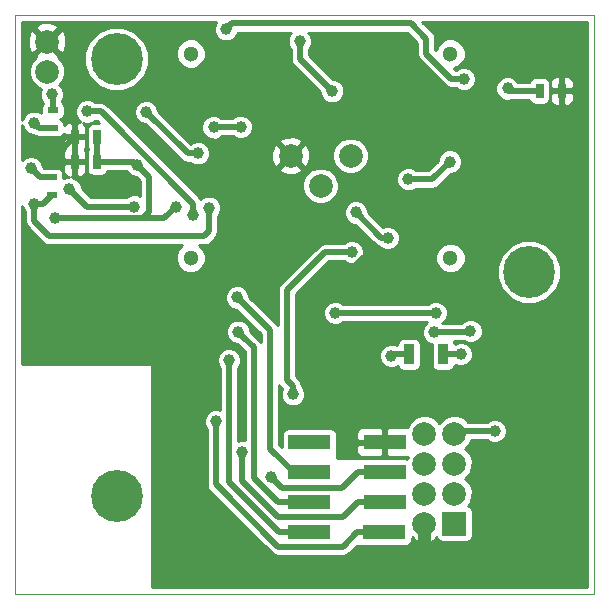
<source format=gbr>
G04 #@! TF.FileFunction,Copper,L2,Bot,Signal*
%FSLAX46Y46*%
G04 Gerber Fmt 4.6, Leading zero omitted, Abs format (unit mm)*
G04 Created by KiCad (PCBNEW 4.0.4+dfsg1-stable) date Wed Mar  8 20:37:53 2017*
%MOMM*%
%LPD*%
G01*
G04 APERTURE LIST*
%ADD10C,0.100000*%
%ADD11C,0.600000*%
%ADD12R,0.900000X1.700000*%
%ADD13C,4.400000*%
%ADD14R,0.700000X1.300000*%
%ADD15C,2.000000*%
%ADD16R,0.900000X0.500000*%
%ADD17R,3.600000X1.270000*%
%ADD18R,2.000000X2.000000*%
%ADD19C,1.300000*%
%ADD20C,1.000000*%
%ADD21C,0.700000*%
%ADD22C,0.500000*%
%ADD23C,0.254000*%
G04 APERTURE END LIST*
D10*
X118200000Y-118200000D02*
X167200000Y-118200000D01*
X118200000Y-69200000D02*
X118200000Y-118200000D01*
X167200000Y-69200000D02*
X118200000Y-69200000D01*
X167200000Y-118200000D02*
X167200000Y-69200000D01*
D11*
X163750000Y-73000000D03*
X165750000Y-73000000D03*
X157750000Y-73000000D03*
X161750000Y-73000000D03*
X159750000Y-73000000D03*
X163750000Y-70500000D03*
X165750000Y-70500000D03*
X157750000Y-70500000D03*
X161750000Y-70500000D03*
X159750000Y-70500000D03*
X165750000Y-71750000D03*
X163750000Y-71750000D03*
X157750000Y-71750000D03*
X159750000Y-71750000D03*
X161750000Y-71750000D03*
X164450000Y-77700000D03*
X162450000Y-77700000D03*
X160450000Y-77700000D03*
D12*
X151550000Y-97900000D03*
X154450000Y-97900000D03*
D13*
X126800000Y-72900000D03*
X161700000Y-90950000D03*
D14*
X125150000Y-81600000D03*
X123250000Y-81600000D03*
X162600000Y-75600000D03*
X164500000Y-75600000D03*
X125150000Y-79500000D03*
X123250000Y-79500000D03*
D15*
X120900000Y-73970000D03*
X120900000Y-71430000D03*
D16*
X121400000Y-77250000D03*
X121400000Y-78750000D03*
X121300000Y-84400000D03*
X121300000Y-82900000D03*
D17*
X143100000Y-105360000D03*
X143100000Y-107900000D03*
X143100000Y-110440000D03*
X149500000Y-105360000D03*
X149500000Y-107900000D03*
X149475000Y-112980000D03*
X149500000Y-110440000D03*
X143125000Y-112980000D03*
D13*
X126800000Y-109900000D03*
D18*
X155400000Y-112240000D03*
D15*
X152860000Y-112240000D03*
X155400000Y-109700000D03*
X152860000Y-109700000D03*
X155400000Y-107160000D03*
X152860000Y-107160000D03*
X155400000Y-104620000D03*
X152860000Y-104620000D03*
X146600000Y-81100000D03*
X141520000Y-81100000D03*
X144060000Y-83640000D03*
D19*
X133060000Y-89750000D03*
X133060000Y-72450000D03*
X155060000Y-72450000D03*
X155060000Y-89750000D03*
D20*
X164700000Y-103250000D03*
X164700000Y-94850000D03*
X161600000Y-83050000D03*
X164710000Y-110600000D03*
D21*
X166300000Y-75600000D03*
D20*
X148500000Y-105400000D03*
X142700000Y-94700000D03*
X145700000Y-84800000D03*
X137200000Y-88200000D03*
X150050000Y-89650006D03*
X129300000Y-93400000D03*
X119550000Y-80400000D03*
X124700000Y-98300000D03*
X149750000Y-88050000D03*
X143100000Y-105360000D03*
X147050000Y-85900008D03*
X153799994Y-94400000D03*
X158800000Y-104400000D03*
X145299998Y-94400000D03*
X156192798Y-74600000D03*
X159900000Y-75400000D03*
X121550000Y-86399988D03*
X128550000Y-81900000D03*
X131800000Y-85400000D03*
X136050000Y-70400000D03*
X142300000Y-71400000D03*
X145050000Y-75650000D03*
X135000000Y-78700000D03*
X137300000Y-78650000D03*
X133700000Y-80899998D03*
X129300000Y-77400000D03*
X128300000Y-85400000D03*
X122800000Y-83900000D03*
X150050000Y-98050000D03*
X155950000Y-97900000D03*
X119800000Y-78310000D03*
X124300000Y-77350002D03*
X121300000Y-75900000D03*
X133300000Y-86150000D03*
X139900000Y-108300000D03*
X137000000Y-93095980D03*
X137400000Y-106200000D03*
X135200000Y-103600000D03*
X137100000Y-96000000D03*
X136300002Y-98400000D03*
X141700000Y-101300000D03*
X146714475Y-89258746D03*
X119550000Y-82150000D03*
X156750000Y-95950000D03*
X153650000Y-96050000D03*
X155000000Y-81600000D03*
X151500000Y-83100000D03*
X134600000Y-85500000D03*
X119800000Y-85150000D03*
D22*
X152860000Y-112240000D02*
X152860000Y-113960000D01*
X152860000Y-113960000D02*
X152900000Y-114000000D01*
X152900000Y-112924213D02*
X152900000Y-114000000D01*
X152840000Y-112864213D02*
X152900000Y-112924213D01*
X164500000Y-75600000D02*
X164500000Y-71800000D01*
X164500000Y-71800000D02*
X163800000Y-71100000D01*
X149500000Y-105360000D02*
X148540000Y-105360000D01*
X148540000Y-105360000D02*
X148500000Y-105400000D01*
X150050000Y-89650006D02*
X147749994Y-89650006D01*
X147749994Y-89650006D02*
X143199999Y-94200001D01*
X143199999Y-94200001D02*
X142700000Y-94700000D01*
X123250000Y-79500000D02*
X123250000Y-81600000D01*
X119550000Y-80400000D02*
X122350000Y-80400000D01*
X122350000Y-80400000D02*
X123250000Y-79500000D01*
X149800000Y-88100000D02*
X149750000Y-88050000D01*
X149199992Y-88050000D02*
X149750000Y-88050000D01*
X147050000Y-85900008D02*
X149199992Y-88050000D01*
X143100000Y-105360000D02*
X144265000Y-105360000D01*
X158800000Y-104400000D02*
X155620000Y-104400000D01*
X155620000Y-104400000D02*
X155400000Y-104620000D01*
X145299998Y-94400000D02*
X153799994Y-94400000D01*
X136050000Y-70400000D02*
X136549999Y-69900001D01*
X153000000Y-72462002D02*
X155137998Y-74600000D01*
X136549999Y-69900001D02*
X151700001Y-69900001D01*
X155137998Y-74600000D02*
X156192798Y-74600000D01*
X151700001Y-69900001D02*
X153000000Y-71200000D01*
X153000000Y-71200000D02*
X153000000Y-72462002D01*
X162600000Y-75600000D02*
X160100000Y-75600000D01*
X160100000Y-75600000D02*
X159900000Y-75400000D01*
X129045974Y-86404002D02*
X129049988Y-86399988D01*
X121550000Y-86399988D02*
X127564064Y-86399988D01*
X127564064Y-86399988D02*
X127568078Y-86404002D01*
X127568078Y-86404002D02*
X129045974Y-86404002D01*
X129049988Y-86399988D02*
X130799988Y-86399988D01*
X130799988Y-86399988D02*
X130800000Y-86400000D01*
X129049988Y-86399988D02*
X129050000Y-86400000D01*
X129050000Y-86400000D02*
X129550000Y-85900000D01*
X129550000Y-85900000D02*
X129550000Y-82900000D01*
X129550000Y-82900000D02*
X129049999Y-82399999D01*
X129049999Y-82399999D02*
X128550000Y-81900000D01*
X131800000Y-85400000D02*
X130800000Y-86400000D01*
X128250000Y-81600000D02*
X128550000Y-81900000D01*
X125150000Y-81600000D02*
X128250000Y-81600000D01*
X125150000Y-79500000D02*
X125150000Y-81600000D01*
X145050000Y-75650000D02*
X142300000Y-72900000D01*
X142300000Y-72900000D02*
X142300000Y-71400000D01*
X135050000Y-78650000D02*
X135000000Y-78700000D01*
X137300000Y-78650000D02*
X135050000Y-78650000D01*
X132992894Y-80899998D02*
X133700000Y-80899998D01*
X132799998Y-80899998D02*
X132992894Y-80899998D01*
X129300000Y-77400000D02*
X132799998Y-80899998D01*
X122800000Y-83900000D02*
X124300000Y-85400000D01*
X124300000Y-85400000D02*
X127592894Y-85400000D01*
X127592894Y-85400000D02*
X128300000Y-85400000D01*
X150200000Y-97900000D02*
X150050000Y-98050000D01*
X151550000Y-97900000D02*
X150200000Y-97900000D01*
X154450000Y-97900000D02*
X155950000Y-97900000D01*
X121400000Y-78750000D02*
X120240000Y-78750000D01*
X120240000Y-78750000D02*
X119800000Y-78310000D01*
X133300000Y-85192894D02*
X125457108Y-77350002D01*
X133300000Y-86150000D02*
X133300000Y-85192894D01*
X125007106Y-77350002D02*
X124300000Y-77350002D01*
X125457108Y-77350002D02*
X125007106Y-77350002D01*
X121400000Y-77250000D02*
X121400000Y-76000000D01*
X121400000Y-76000000D02*
X121300000Y-75900000D01*
X149500000Y-107900000D02*
X147200000Y-107900000D01*
X147200000Y-107900000D02*
X145900000Y-109200000D01*
X145900000Y-109200000D02*
X140800000Y-109200000D01*
X140800000Y-109200000D02*
X139900000Y-108300000D01*
X149500000Y-107900000D02*
X148896000Y-107900000D01*
X143100000Y-107900000D02*
X141800000Y-107900000D01*
X141800000Y-107900000D02*
X139800000Y-105900000D01*
X139800000Y-105900000D02*
X139800000Y-95895980D01*
X139800000Y-95895980D02*
X137499999Y-93595979D01*
X137499999Y-93595979D02*
X137000000Y-93095980D01*
X149500000Y-110440000D02*
X147200000Y-110440000D01*
X140500000Y-111700000D02*
X137400000Y-108600000D01*
X147200000Y-110440000D02*
X145940000Y-111700000D01*
X145940000Y-111700000D02*
X140500000Y-111700000D01*
X137400000Y-108600000D02*
X137400000Y-106200000D01*
X149500000Y-110440000D02*
X149404511Y-110535489D01*
X149475000Y-112980000D02*
X147175000Y-112980000D01*
X147175000Y-112980000D02*
X145955000Y-114200000D01*
X145955000Y-114200000D02*
X140500000Y-114200000D01*
X140500000Y-114200000D02*
X135200000Y-108900000D01*
X135200000Y-108900000D02*
X135200000Y-103600000D01*
X149475000Y-112980000D02*
X148310000Y-112980000D01*
X137599999Y-96499999D02*
X137100000Y-96000000D01*
X138404001Y-108404001D02*
X138404001Y-97304001D01*
X140440000Y-110440000D02*
X138404001Y-108404001D01*
X143100000Y-110440000D02*
X140440000Y-110440000D01*
X138404001Y-97304001D02*
X137599999Y-96499999D01*
X143125000Y-112980000D02*
X140580000Y-112980000D01*
X140580000Y-112980000D02*
X136300000Y-108700000D01*
X136300000Y-108700000D02*
X136300000Y-99107108D01*
X136300000Y-99107108D02*
X136300002Y-99107106D01*
X136300002Y-99107106D02*
X136300002Y-98400000D01*
X136300002Y-98400002D02*
X136300002Y-98400000D01*
X136500000Y-98600000D02*
X136300002Y-98400002D01*
X141200000Y-100092894D02*
X141200000Y-92500000D01*
X141200000Y-92500000D02*
X144441254Y-89258746D01*
X141700000Y-101300000D02*
X141700000Y-100592894D01*
X141700000Y-100592894D02*
X141200000Y-100092894D01*
X146714475Y-89258746D02*
X144441254Y-89258746D01*
X121300000Y-82900000D02*
X120300000Y-82900000D01*
X120300000Y-82900000D02*
X119550000Y-82150000D01*
X153650000Y-96050000D02*
X156650000Y-96050000D01*
X156650000Y-96050000D02*
X156750000Y-95950000D01*
X151500000Y-83100000D02*
X153500000Y-83100000D01*
X153500000Y-83100000D02*
X155000000Y-81600000D01*
X134200000Y-87900000D02*
X134600000Y-87500000D01*
X134600000Y-87500000D02*
X134600000Y-85500000D01*
X119800000Y-85150000D02*
X119800000Y-86600000D01*
X119800000Y-86600000D02*
X121100000Y-87900000D01*
X121100000Y-87900000D02*
X134200000Y-87900000D01*
X119800000Y-85150000D02*
X120550000Y-85150000D01*
X120550000Y-85150000D02*
X121300000Y-84400000D01*
D23*
G36*
X135179860Y-69817492D02*
X135023179Y-70194821D01*
X135022822Y-70603387D01*
X135178844Y-70980989D01*
X135467492Y-71270140D01*
X135844821Y-71426821D01*
X136253387Y-71427178D01*
X136630989Y-71271156D01*
X136920140Y-70982508D01*
X137046998Y-70677001D01*
X141570596Y-70677001D01*
X141429860Y-70817492D01*
X141273179Y-71194821D01*
X141272822Y-71603387D01*
X141428844Y-71980989D01*
X141523000Y-72075309D01*
X141523000Y-72900000D01*
X141582146Y-73197345D01*
X141750578Y-73449422D01*
X144022937Y-75721781D01*
X144022822Y-75853387D01*
X144178844Y-76230989D01*
X144467492Y-76520140D01*
X144844821Y-76676821D01*
X145253387Y-76677178D01*
X145630989Y-76521156D01*
X145920140Y-76232508D01*
X146076821Y-75855179D01*
X146077178Y-75446613D01*
X145921156Y-75069011D01*
X145632508Y-74779860D01*
X145255179Y-74623179D01*
X145121907Y-74623063D01*
X143077000Y-72578156D01*
X143077000Y-72075486D01*
X143170140Y-71982508D01*
X143326821Y-71605179D01*
X143327178Y-71196613D01*
X143171156Y-70819011D01*
X143029393Y-70677001D01*
X151378157Y-70677001D01*
X152223000Y-71521844D01*
X152223000Y-72462002D01*
X152282146Y-72759347D01*
X152450578Y-73011424D01*
X154588576Y-75149422D01*
X154840653Y-75317854D01*
X155137998Y-75377000D01*
X155517312Y-75377000D01*
X155610290Y-75470140D01*
X155987619Y-75626821D01*
X156396185Y-75627178D01*
X156453763Y-75603387D01*
X158872822Y-75603387D01*
X159028844Y-75980989D01*
X159317492Y-76270140D01*
X159694821Y-76426821D01*
X160103387Y-76427178D01*
X160224827Y-76377000D01*
X161736573Y-76377000D01*
X161749423Y-76445294D01*
X161864842Y-76624660D01*
X162040951Y-76744990D01*
X162250000Y-76787324D01*
X162950000Y-76787324D01*
X163145294Y-76750577D01*
X163324660Y-76635158D01*
X163444990Y-76459049D01*
X163487324Y-76250000D01*
X163487324Y-75885750D01*
X163515000Y-75885750D01*
X163515000Y-76376310D01*
X163611673Y-76609699D01*
X163790302Y-76788327D01*
X164023691Y-76885000D01*
X164214250Y-76885000D01*
X164373000Y-76726250D01*
X164373000Y-75727000D01*
X164627000Y-75727000D01*
X164627000Y-76726250D01*
X164785750Y-76885000D01*
X164976309Y-76885000D01*
X165209698Y-76788327D01*
X165388327Y-76609699D01*
X165485000Y-76376310D01*
X165485000Y-75885750D01*
X165326250Y-75727000D01*
X164627000Y-75727000D01*
X164373000Y-75727000D01*
X163673750Y-75727000D01*
X163515000Y-75885750D01*
X163487324Y-75885750D01*
X163487324Y-74950000D01*
X163463558Y-74823690D01*
X163515000Y-74823690D01*
X163515000Y-75314250D01*
X163673750Y-75473000D01*
X164373000Y-75473000D01*
X164373000Y-74473750D01*
X164627000Y-74473750D01*
X164627000Y-75473000D01*
X165326250Y-75473000D01*
X165485000Y-75314250D01*
X165485000Y-74823690D01*
X165388327Y-74590301D01*
X165209698Y-74411673D01*
X164976309Y-74315000D01*
X164785750Y-74315000D01*
X164627000Y-74473750D01*
X164373000Y-74473750D01*
X164214250Y-74315000D01*
X164023691Y-74315000D01*
X163790302Y-74411673D01*
X163611673Y-74590301D01*
X163515000Y-74823690D01*
X163463558Y-74823690D01*
X163450577Y-74754706D01*
X163335158Y-74575340D01*
X163159049Y-74455010D01*
X162950000Y-74412676D01*
X162250000Y-74412676D01*
X162054706Y-74449423D01*
X161875340Y-74564842D01*
X161755010Y-74740951D01*
X161738394Y-74823000D01*
X160772804Y-74823000D01*
X160771156Y-74819011D01*
X160482508Y-74529860D01*
X160105179Y-74373179D01*
X159696613Y-74372822D01*
X159319011Y-74528844D01*
X159029860Y-74817492D01*
X158873179Y-75194821D01*
X158872822Y-75603387D01*
X156453763Y-75603387D01*
X156773787Y-75471156D01*
X157062938Y-75182508D01*
X157219619Y-74805179D01*
X157219976Y-74396613D01*
X157063954Y-74019011D01*
X156775306Y-73729860D01*
X156397977Y-73573179D01*
X155989411Y-73572822D01*
X155611809Y-73728844D01*
X155517489Y-73823000D01*
X155459842Y-73823000D01*
X155349103Y-73712261D01*
X155782417Y-73533219D01*
X156141957Y-73174307D01*
X156336778Y-72705125D01*
X156337221Y-72197103D01*
X156143219Y-71727583D01*
X155784307Y-71368043D01*
X155315125Y-71173222D01*
X154807103Y-71172779D01*
X154337583Y-71366781D01*
X153978043Y-71725693D01*
X153797451Y-72160609D01*
X153777000Y-72140158D01*
X153777000Y-71200000D01*
X153717854Y-70902655D01*
X153549422Y-70650578D01*
X152675844Y-69777000D01*
X166623000Y-69777000D01*
X166623000Y-117623000D01*
X129827000Y-117623000D01*
X129827000Y-103803387D01*
X134172822Y-103803387D01*
X134328844Y-104180989D01*
X134423000Y-104275309D01*
X134423000Y-108900000D01*
X134482146Y-109197345D01*
X134650578Y-109449422D01*
X139950578Y-114749422D01*
X140202655Y-114917854D01*
X140500000Y-114977000D01*
X145955000Y-114977000D01*
X146252345Y-114917854D01*
X146504422Y-114749422D01*
X147106844Y-114147000D01*
X147648710Y-114147000D01*
X147675000Y-114152324D01*
X151275000Y-114152324D01*
X151470294Y-114115577D01*
X151649660Y-114000158D01*
X151769990Y-113824049D01*
X151812324Y-113615000D01*
X151812324Y-113467284D01*
X151887074Y-113392534D01*
X151985736Y-113659387D01*
X152595461Y-113885908D01*
X153245460Y-113861856D01*
X153734264Y-113659387D01*
X153832926Y-113392534D01*
X153942266Y-113501874D01*
X154014842Y-113614660D01*
X154190951Y-113734990D01*
X154400000Y-113777324D01*
X156400000Y-113777324D01*
X156595294Y-113740577D01*
X156774660Y-113625158D01*
X156894990Y-113449049D01*
X156937324Y-113240000D01*
X156937324Y-111240000D01*
X156900577Y-111044706D01*
X156785158Y-110865340D01*
X156609049Y-110745010D01*
X156530492Y-110729102D01*
X156693773Y-110566106D01*
X156926735Y-110005072D01*
X156927265Y-109397593D01*
X156695283Y-108836154D01*
X156289506Y-108429668D01*
X156693773Y-108026106D01*
X156926735Y-107465072D01*
X156927265Y-106857593D01*
X156695283Y-106296154D01*
X156289506Y-105889668D01*
X156693773Y-105486106D01*
X156822125Y-105177000D01*
X158124514Y-105177000D01*
X158217492Y-105270140D01*
X158594821Y-105426821D01*
X159003387Y-105427178D01*
X159380989Y-105271156D01*
X159670140Y-104982508D01*
X159826821Y-104605179D01*
X159827178Y-104196613D01*
X159671156Y-103819011D01*
X159382508Y-103529860D01*
X159005179Y-103373179D01*
X158596613Y-103372822D01*
X158219011Y-103528844D01*
X158124691Y-103623000D01*
X156562361Y-103623000D01*
X156266106Y-103326227D01*
X155705072Y-103093265D01*
X155097593Y-103092735D01*
X154536154Y-103324717D01*
X154129668Y-103730494D01*
X153726106Y-103326227D01*
X153165072Y-103093265D01*
X152557593Y-103092735D01*
X151996154Y-103324717D01*
X151566227Y-103753894D01*
X151426612Y-104090125D01*
X151426310Y-104090000D01*
X149785750Y-104090000D01*
X149627000Y-104248750D01*
X149627000Y-105233000D01*
X149647000Y-105233000D01*
X149647000Y-105487000D01*
X149627000Y-105487000D01*
X149627000Y-106471250D01*
X149785750Y-106630000D01*
X151426310Y-106630000D01*
X151426737Y-106629823D01*
X151379426Y-106743760D01*
X151300000Y-106727676D01*
X147723090Y-106727676D01*
X147700000Y-106723000D01*
X145427000Y-106723000D01*
X145427000Y-106045981D01*
X145437324Y-105995000D01*
X145437324Y-105645750D01*
X147065000Y-105645750D01*
X147065000Y-106121309D01*
X147161673Y-106354698D01*
X147340301Y-106533327D01*
X147573690Y-106630000D01*
X149214250Y-106630000D01*
X149373000Y-106471250D01*
X149373000Y-105487000D01*
X147223750Y-105487000D01*
X147065000Y-105645750D01*
X145437324Y-105645750D01*
X145437324Y-104725000D01*
X145413558Y-104598691D01*
X147065000Y-104598691D01*
X147065000Y-105074250D01*
X147223750Y-105233000D01*
X149373000Y-105233000D01*
X149373000Y-104248750D01*
X149214250Y-104090000D01*
X147573690Y-104090000D01*
X147340301Y-104186673D01*
X147161673Y-104365302D01*
X147065000Y-104598691D01*
X145413558Y-104598691D01*
X145400577Y-104529706D01*
X145285158Y-104350340D01*
X145109049Y-104230010D01*
X144900000Y-104187676D01*
X141300000Y-104187676D01*
X141104706Y-104224423D01*
X140925340Y-104339842D01*
X140805010Y-104515951D01*
X140762676Y-104725000D01*
X140762676Y-105763832D01*
X140577000Y-105578156D01*
X140577000Y-100532198D01*
X140650578Y-100642316D01*
X140799315Y-100791053D01*
X140673179Y-101094821D01*
X140672822Y-101503387D01*
X140828844Y-101880989D01*
X141117492Y-102170140D01*
X141494821Y-102326821D01*
X141903387Y-102327178D01*
X142280989Y-102171156D01*
X142570140Y-101882508D01*
X142726821Y-101505179D01*
X142727178Y-101096613D01*
X142571156Y-100719011D01*
X142477000Y-100624691D01*
X142477000Y-100592894D01*
X142417854Y-100295549D01*
X142249422Y-100043472D01*
X141977000Y-99771050D01*
X141977000Y-98253387D01*
X149022822Y-98253387D01*
X149178844Y-98630989D01*
X149467492Y-98920140D01*
X149844821Y-99076821D01*
X150253387Y-99077178D01*
X150597486Y-98934999D01*
X150599423Y-98945294D01*
X150714842Y-99124660D01*
X150890951Y-99244990D01*
X151100000Y-99287324D01*
X152000000Y-99287324D01*
X152195294Y-99250577D01*
X152374660Y-99135158D01*
X152494990Y-98959049D01*
X152537324Y-98750000D01*
X152537324Y-97050000D01*
X152500577Y-96854706D01*
X152385158Y-96675340D01*
X152209049Y-96555010D01*
X152000000Y-96512676D01*
X151100000Y-96512676D01*
X150904706Y-96549423D01*
X150725340Y-96664842D01*
X150605010Y-96840951D01*
X150562676Y-97050000D01*
X150562676Y-97123000D01*
X150495574Y-97123000D01*
X150255179Y-97023179D01*
X149846613Y-97022822D01*
X149469011Y-97178844D01*
X149179860Y-97467492D01*
X149023179Y-97844821D01*
X149022822Y-98253387D01*
X141977000Y-98253387D01*
X141977000Y-94603387D01*
X144272820Y-94603387D01*
X144428842Y-94980989D01*
X144717490Y-95270140D01*
X145094819Y-95426821D01*
X145503385Y-95427178D01*
X145880987Y-95271156D01*
X145975307Y-95177000D01*
X153073474Y-95177000D01*
X153069011Y-95178844D01*
X152779860Y-95467492D01*
X152623179Y-95844821D01*
X152622822Y-96253387D01*
X152778844Y-96630989D01*
X153067492Y-96920140D01*
X153444821Y-97076821D01*
X153462676Y-97076837D01*
X153462676Y-98750000D01*
X153499423Y-98945294D01*
X153614842Y-99124660D01*
X153790951Y-99244990D01*
X154000000Y-99287324D01*
X154900000Y-99287324D01*
X155095294Y-99250577D01*
X155274660Y-99135158D01*
X155394990Y-98959049D01*
X155428145Y-98795325D01*
X155744821Y-98926821D01*
X156153387Y-98927178D01*
X156530989Y-98771156D01*
X156820140Y-98482508D01*
X156976821Y-98105179D01*
X156977178Y-97696613D01*
X156821156Y-97319011D01*
X156532508Y-97029860D01*
X156155179Y-96873179D01*
X155746613Y-96872822D01*
X155428702Y-97004180D01*
X155400577Y-96854706D01*
X155382749Y-96827000D01*
X156184013Y-96827000D01*
X156544821Y-96976821D01*
X156953387Y-96977178D01*
X157330989Y-96821156D01*
X157620140Y-96532508D01*
X157776821Y-96155179D01*
X157777178Y-95746613D01*
X157621156Y-95369011D01*
X157332508Y-95079860D01*
X156955179Y-94923179D01*
X156546613Y-94922822D01*
X156169011Y-95078844D01*
X155974517Y-95273000D01*
X154376520Y-95273000D01*
X154380983Y-95271156D01*
X154670134Y-94982508D01*
X154826815Y-94605179D01*
X154827172Y-94196613D01*
X154671150Y-93819011D01*
X154382502Y-93529860D01*
X154005173Y-93373179D01*
X153596607Y-93372822D01*
X153219005Y-93528844D01*
X153124685Y-93623000D01*
X145975484Y-93623000D01*
X145882506Y-93529860D01*
X145505177Y-93373179D01*
X145096611Y-93372822D01*
X144719009Y-93528844D01*
X144429858Y-93817492D01*
X144273177Y-94194821D01*
X144272820Y-94603387D01*
X141977000Y-94603387D01*
X141977000Y-92821844D01*
X143308790Y-91490054D01*
X158972528Y-91490054D01*
X159386814Y-92492703D01*
X160153262Y-93260490D01*
X161155186Y-93676526D01*
X162240054Y-93677472D01*
X163242703Y-93263186D01*
X164010490Y-92496738D01*
X164426526Y-91494814D01*
X164427472Y-90409946D01*
X164013186Y-89407297D01*
X163246738Y-88639510D01*
X162244814Y-88223474D01*
X161159946Y-88222528D01*
X160157297Y-88636814D01*
X159389510Y-89403262D01*
X158973474Y-90405186D01*
X158972528Y-91490054D01*
X143308790Y-91490054D01*
X144763098Y-90035746D01*
X146038989Y-90035746D01*
X146131967Y-90128886D01*
X146509296Y-90285567D01*
X146917862Y-90285924D01*
X147295464Y-90129902D01*
X147422690Y-90002897D01*
X153782779Y-90002897D01*
X153976781Y-90472417D01*
X154335693Y-90831957D01*
X154804875Y-91026778D01*
X155312897Y-91027221D01*
X155782417Y-90833219D01*
X156141957Y-90474307D01*
X156336778Y-90005125D01*
X156337221Y-89497103D01*
X156143219Y-89027583D01*
X155784307Y-88668043D01*
X155315125Y-88473222D01*
X154807103Y-88472779D01*
X154337583Y-88666781D01*
X153978043Y-89025693D01*
X153783222Y-89494875D01*
X153782779Y-90002897D01*
X147422690Y-90002897D01*
X147584615Y-89841254D01*
X147741296Y-89463925D01*
X147741653Y-89055359D01*
X147585631Y-88677757D01*
X147296983Y-88388606D01*
X146919654Y-88231925D01*
X146511088Y-88231568D01*
X146133486Y-88387590D01*
X146039166Y-88481746D01*
X144441254Y-88481746D01*
X144143909Y-88540892D01*
X143891832Y-88709324D01*
X140650578Y-91950578D01*
X140482146Y-92202655D01*
X140423000Y-92500000D01*
X140423000Y-95456676D01*
X140349422Y-95346558D01*
X138027063Y-93024199D01*
X138027178Y-92892593D01*
X137871156Y-92514991D01*
X137582508Y-92225840D01*
X137205179Y-92069159D01*
X136796613Y-92068802D01*
X136419011Y-92224824D01*
X136129860Y-92513472D01*
X135973179Y-92890801D01*
X135972822Y-93299367D01*
X136128844Y-93676969D01*
X136417492Y-93966120D01*
X136794821Y-94122801D01*
X136928093Y-94122917D01*
X139023000Y-96217824D01*
X139023000Y-96858709D01*
X138953423Y-96754579D01*
X138127063Y-95928219D01*
X138127178Y-95796613D01*
X137971156Y-95419011D01*
X137682508Y-95129860D01*
X137305179Y-94973179D01*
X136896613Y-94972822D01*
X136519011Y-95128844D01*
X136229860Y-95417492D01*
X136073179Y-95794821D01*
X136072822Y-96203387D01*
X136228844Y-96580989D01*
X136517492Y-96870140D01*
X136894821Y-97026821D01*
X137028093Y-97026937D01*
X137627001Y-97625845D01*
X137627001Y-105182240D01*
X137605179Y-105173179D01*
X137196613Y-105172822D01*
X137077000Y-105222245D01*
X137077000Y-99108148D01*
X137142537Y-99010065D01*
X137170142Y-98982508D01*
X137185232Y-98946168D01*
X137217854Y-98897345D01*
X137229209Y-98840258D01*
X137326823Y-98605179D01*
X137327180Y-98196613D01*
X137171158Y-97819011D01*
X136882510Y-97529860D01*
X136505181Y-97373179D01*
X136096615Y-97372822D01*
X135719013Y-97528844D01*
X135429862Y-97817492D01*
X135273181Y-98194821D01*
X135272824Y-98603387D01*
X135428846Y-98980989D01*
X135523002Y-99075309D01*
X135523002Y-99107098D01*
X135523000Y-99107108D01*
X135523000Y-102622103D01*
X135405179Y-102573179D01*
X134996613Y-102572822D01*
X134619011Y-102728844D01*
X134329860Y-103017492D01*
X134173179Y-103394821D01*
X134172822Y-103803387D01*
X129827000Y-103803387D01*
X129827000Y-98900000D01*
X129818315Y-98853841D01*
X129791035Y-98811447D01*
X129749410Y-98783006D01*
X129700000Y-98773000D01*
X118777000Y-98773000D01*
X118777000Y-85363499D01*
X118928844Y-85730989D01*
X119023000Y-85825309D01*
X119023000Y-86600000D01*
X119082146Y-86897345D01*
X119250578Y-87149422D01*
X120550578Y-88449422D01*
X120802655Y-88617854D01*
X121100000Y-88677000D01*
X132327346Y-88677000D01*
X131978043Y-89025693D01*
X131783222Y-89494875D01*
X131782779Y-90002897D01*
X131976781Y-90472417D01*
X132335693Y-90831957D01*
X132804875Y-91026778D01*
X133312897Y-91027221D01*
X133782417Y-90833219D01*
X134141957Y-90474307D01*
X134336778Y-90005125D01*
X134337221Y-89497103D01*
X134143219Y-89027583D01*
X133793248Y-88677000D01*
X134200000Y-88677000D01*
X134497345Y-88617854D01*
X134749422Y-88449422D01*
X135149422Y-88049422D01*
X135317854Y-87797345D01*
X135377000Y-87500000D01*
X135377000Y-86175486D01*
X135449216Y-86103395D01*
X146022822Y-86103395D01*
X146178844Y-86480997D01*
X146467492Y-86770148D01*
X146844821Y-86926829D01*
X146978093Y-86926945D01*
X148650570Y-88599422D01*
X148902647Y-88767854D01*
X149043425Y-88795857D01*
X149167492Y-88920140D01*
X149544821Y-89076821D01*
X149953387Y-89077178D01*
X150330989Y-88921156D01*
X150620140Y-88632508D01*
X150776821Y-88255179D01*
X150777178Y-87846613D01*
X150621156Y-87469011D01*
X150332508Y-87179860D01*
X149955179Y-87023179D01*
X149546613Y-87022822D01*
X149352050Y-87103214D01*
X148077063Y-85828227D01*
X148077178Y-85696621D01*
X147921156Y-85319019D01*
X147632508Y-85029868D01*
X147255179Y-84873187D01*
X146846613Y-84872830D01*
X146469011Y-85028852D01*
X146179860Y-85317500D01*
X146023179Y-85694829D01*
X146022822Y-86103395D01*
X135449216Y-86103395D01*
X135470140Y-86082508D01*
X135626821Y-85705179D01*
X135627178Y-85296613D01*
X135471156Y-84919011D01*
X135182508Y-84629860D01*
X134805179Y-84473179D01*
X134396613Y-84472822D01*
X134019011Y-84628844D01*
X133911416Y-84736252D01*
X133849422Y-84643472D01*
X133148357Y-83942407D01*
X142532735Y-83942407D01*
X142764717Y-84503846D01*
X143193894Y-84933773D01*
X143754928Y-85166735D01*
X144362407Y-85167265D01*
X144923846Y-84935283D01*
X145353773Y-84506106D01*
X145586735Y-83945072D01*
X145587265Y-83337593D01*
X145573132Y-83303387D01*
X150472822Y-83303387D01*
X150628844Y-83680989D01*
X150917492Y-83970140D01*
X151294821Y-84126821D01*
X151703387Y-84127178D01*
X152080989Y-83971156D01*
X152175309Y-83877000D01*
X153500000Y-83877000D01*
X153797345Y-83817854D01*
X154049422Y-83649422D01*
X155071781Y-82627063D01*
X155203387Y-82627178D01*
X155580989Y-82471156D01*
X155870140Y-82182508D01*
X156026821Y-81805179D01*
X156027178Y-81396613D01*
X155871156Y-81019011D01*
X155582508Y-80729860D01*
X155205179Y-80573179D01*
X154796613Y-80572822D01*
X154419011Y-80728844D01*
X154129860Y-81017492D01*
X153973179Y-81394821D01*
X153973063Y-81528093D01*
X153178156Y-82323000D01*
X152175486Y-82323000D01*
X152082508Y-82229860D01*
X151705179Y-82073179D01*
X151296613Y-82072822D01*
X150919011Y-82228844D01*
X150629860Y-82517492D01*
X150473179Y-82894821D01*
X150472822Y-83303387D01*
X145573132Y-83303387D01*
X145355283Y-82776154D01*
X144926106Y-82346227D01*
X144365072Y-82113265D01*
X143757593Y-82112735D01*
X143196154Y-82344717D01*
X142766227Y-82773894D01*
X142533265Y-83334928D01*
X142532735Y-83942407D01*
X133148357Y-83942407D01*
X131458482Y-82252532D01*
X140547073Y-82252532D01*
X140645736Y-82519387D01*
X141255461Y-82745908D01*
X141905460Y-82721856D01*
X142394264Y-82519387D01*
X142492927Y-82252532D01*
X141520000Y-81279605D01*
X140547073Y-82252532D01*
X131458482Y-82252532D01*
X126809337Y-77603387D01*
X128272822Y-77603387D01*
X128428844Y-77980989D01*
X128717492Y-78270140D01*
X129094821Y-78426821D01*
X129228093Y-78426937D01*
X132250576Y-81449420D01*
X132502653Y-81617852D01*
X132799998Y-81676998D01*
X133024514Y-81676998D01*
X133117492Y-81770138D01*
X133494821Y-81926819D01*
X133903387Y-81927176D01*
X134280989Y-81771154D01*
X134570140Y-81482506D01*
X134726821Y-81105177D01*
X134727056Y-80835461D01*
X139874092Y-80835461D01*
X139898144Y-81485460D01*
X140100613Y-81974264D01*
X140367468Y-82072927D01*
X141340395Y-81100000D01*
X141699605Y-81100000D01*
X142672532Y-82072927D01*
X142939387Y-81974264D01*
X143151839Y-81402407D01*
X145072735Y-81402407D01*
X145304717Y-81963846D01*
X145733894Y-82393773D01*
X146294928Y-82626735D01*
X146902407Y-82627265D01*
X147463846Y-82395283D01*
X147893773Y-81966106D01*
X148126735Y-81405072D01*
X148127265Y-80797593D01*
X147895283Y-80236154D01*
X147466106Y-79806227D01*
X146905072Y-79573265D01*
X146297593Y-79572735D01*
X145736154Y-79804717D01*
X145306227Y-80233894D01*
X145073265Y-80794928D01*
X145072735Y-81402407D01*
X143151839Y-81402407D01*
X143165908Y-81364539D01*
X143141856Y-80714540D01*
X142939387Y-80225736D01*
X142672532Y-80127073D01*
X141699605Y-81100000D01*
X141340395Y-81100000D01*
X140367468Y-80127073D01*
X140100613Y-80225736D01*
X139874092Y-80835461D01*
X134727056Y-80835461D01*
X134727178Y-80696611D01*
X134571156Y-80319009D01*
X134282508Y-80029858D01*
X134084092Y-79947468D01*
X140547073Y-79947468D01*
X141520000Y-80920395D01*
X142492927Y-79947468D01*
X142394264Y-79680613D01*
X141784539Y-79454092D01*
X141134540Y-79478144D01*
X140645736Y-79680613D01*
X140547073Y-79947468D01*
X134084092Y-79947468D01*
X133905179Y-79873177D01*
X133496613Y-79872820D01*
X133119011Y-80028842D01*
X133073309Y-80074465D01*
X131902231Y-78903387D01*
X133972822Y-78903387D01*
X134128844Y-79280989D01*
X134417492Y-79570140D01*
X134794821Y-79726821D01*
X135203387Y-79727178D01*
X135580989Y-79571156D01*
X135725396Y-79427000D01*
X136624514Y-79427000D01*
X136717492Y-79520140D01*
X137094821Y-79676821D01*
X137503387Y-79677178D01*
X137880989Y-79521156D01*
X138170140Y-79232508D01*
X138326821Y-78855179D01*
X138327178Y-78446613D01*
X138171156Y-78069011D01*
X137882508Y-77779860D01*
X137505179Y-77623179D01*
X137096613Y-77622822D01*
X136719011Y-77778844D01*
X136624691Y-77873000D01*
X135625573Y-77873000D01*
X135582508Y-77829860D01*
X135205179Y-77673179D01*
X134796613Y-77672822D01*
X134419011Y-77828844D01*
X134129860Y-78117492D01*
X133973179Y-78494821D01*
X133972822Y-78903387D01*
X131902231Y-78903387D01*
X130327063Y-77328219D01*
X130327178Y-77196613D01*
X130171156Y-76819011D01*
X129882508Y-76529860D01*
X129505179Y-76373179D01*
X129096613Y-76372822D01*
X128719011Y-76528844D01*
X128429860Y-76817492D01*
X128273179Y-77194821D01*
X128272822Y-77603387D01*
X126809337Y-77603387D01*
X126006530Y-76800580D01*
X125754453Y-76632148D01*
X125457108Y-76573002D01*
X124975486Y-76573002D01*
X124882508Y-76479862D01*
X124505179Y-76323181D01*
X124096613Y-76322824D01*
X123719011Y-76478846D01*
X123429860Y-76767494D01*
X123273179Y-77144823D01*
X123272822Y-77553389D01*
X123428844Y-77930991D01*
X123712359Y-78215000D01*
X123535750Y-78215000D01*
X123377000Y-78373750D01*
X123377000Y-79373000D01*
X124076250Y-79373000D01*
X124235000Y-79214250D01*
X124235000Y-78723690D01*
X124138327Y-78490301D01*
X123975161Y-78327136D01*
X124094821Y-78376823D01*
X124503387Y-78377180D01*
X124880989Y-78221158D01*
X124975309Y-78127002D01*
X125135264Y-78127002D01*
X125320938Y-78312676D01*
X124800000Y-78312676D01*
X124604706Y-78349423D01*
X124425340Y-78464842D01*
X124305010Y-78640951D01*
X124262676Y-78850000D01*
X124262676Y-80150000D01*
X124299423Y-80345294D01*
X124373000Y-80459636D01*
X124373000Y-80641444D01*
X124305010Y-80740951D01*
X124262676Y-80950000D01*
X124262676Y-82250000D01*
X124299423Y-82445294D01*
X124414842Y-82624660D01*
X124590951Y-82744990D01*
X124800000Y-82787324D01*
X125500000Y-82787324D01*
X125695294Y-82750577D01*
X125874660Y-82635158D01*
X125994990Y-82459049D01*
X126011606Y-82377000D01*
X127635877Y-82377000D01*
X127678844Y-82480989D01*
X127967492Y-82770140D01*
X128344821Y-82926821D01*
X128478093Y-82926937D01*
X128773000Y-83221844D01*
X128773000Y-84484388D01*
X128505179Y-84373179D01*
X128096613Y-84372822D01*
X127719011Y-84528844D01*
X127624691Y-84623000D01*
X124621844Y-84623000D01*
X123827063Y-83828219D01*
X123827178Y-83696613D01*
X123671156Y-83319011D01*
X123382508Y-83029860D01*
X123005179Y-82873179D01*
X122976096Y-82873154D01*
X123123000Y-82726250D01*
X123123000Y-81727000D01*
X123377000Y-81727000D01*
X123377000Y-82726250D01*
X123535750Y-82885000D01*
X123726309Y-82885000D01*
X123959698Y-82788327D01*
X124138327Y-82609699D01*
X124235000Y-82376310D01*
X124235000Y-81885750D01*
X124076250Y-81727000D01*
X123377000Y-81727000D01*
X123123000Y-81727000D01*
X122423750Y-81727000D01*
X122265000Y-81885750D01*
X122265000Y-82376310D01*
X122361673Y-82609699D01*
X122540302Y-82788327D01*
X122744603Y-82872951D01*
X122596613Y-82872822D01*
X122287324Y-83000618D01*
X122287324Y-82650000D01*
X122250577Y-82454706D01*
X122135158Y-82275340D01*
X121959049Y-82155010D01*
X121750000Y-82112676D01*
X120850000Y-82112676D01*
X120795133Y-82123000D01*
X120621844Y-82123000D01*
X120577063Y-82078219D01*
X120577178Y-81946613D01*
X120421156Y-81569011D01*
X120132508Y-81279860D01*
X119755179Y-81123179D01*
X119346613Y-81122822D01*
X118969011Y-81278844D01*
X118777000Y-81470521D01*
X118777000Y-79785750D01*
X122265000Y-79785750D01*
X122265000Y-80276310D01*
X122361673Y-80509699D01*
X122401974Y-80550000D01*
X122361673Y-80590301D01*
X122265000Y-80823690D01*
X122265000Y-81314250D01*
X122423750Y-81473000D01*
X123123000Y-81473000D01*
X123123000Y-79627000D01*
X123377000Y-79627000D01*
X123377000Y-81473000D01*
X124076250Y-81473000D01*
X124235000Y-81314250D01*
X124235000Y-80823690D01*
X124138327Y-80590301D01*
X124098026Y-80550000D01*
X124138327Y-80509699D01*
X124235000Y-80276310D01*
X124235000Y-79785750D01*
X124076250Y-79627000D01*
X123377000Y-79627000D01*
X123123000Y-79627000D01*
X122423750Y-79627000D01*
X122265000Y-79785750D01*
X118777000Y-79785750D01*
X118777000Y-78523499D01*
X118928844Y-78890989D01*
X119217492Y-79180140D01*
X119594821Y-79336821D01*
X119746748Y-79336954D01*
X119942655Y-79467854D01*
X120240000Y-79527000D01*
X120899019Y-79527000D01*
X120950000Y-79537324D01*
X121850000Y-79537324D01*
X122045294Y-79500577D01*
X122224660Y-79385158D01*
X122310409Y-79259659D01*
X122423750Y-79373000D01*
X123123000Y-79373000D01*
X123123000Y-78373750D01*
X122964250Y-78215000D01*
X122773691Y-78215000D01*
X122540302Y-78311673D01*
X122381726Y-78470248D01*
X122350577Y-78304706D01*
X122235158Y-78125340D01*
X122059049Y-78005010D01*
X122041077Y-78001371D01*
X122045294Y-78000577D01*
X122224660Y-77885158D01*
X122344990Y-77709049D01*
X122387324Y-77500000D01*
X122387324Y-77000000D01*
X122350577Y-76804706D01*
X122235158Y-76625340D01*
X122177000Y-76585602D01*
X122177000Y-76465987D01*
X122326821Y-76105179D01*
X122327178Y-75696613D01*
X122171156Y-75319011D01*
X121940992Y-75088446D01*
X122193773Y-74836106D01*
X122426735Y-74275072D01*
X122427265Y-73667593D01*
X122333248Y-73440054D01*
X124072528Y-73440054D01*
X124486814Y-74442703D01*
X125253262Y-75210490D01*
X126255186Y-75626526D01*
X127340054Y-75627472D01*
X128342703Y-75213186D01*
X129110490Y-74446738D01*
X129526526Y-73444814D01*
X129527172Y-72702897D01*
X131782779Y-72702897D01*
X131976781Y-73172417D01*
X132335693Y-73531957D01*
X132804875Y-73726778D01*
X133312897Y-73727221D01*
X133782417Y-73533219D01*
X134141957Y-73174307D01*
X134336778Y-72705125D01*
X134337221Y-72197103D01*
X134143219Y-71727583D01*
X133784307Y-71368043D01*
X133315125Y-71173222D01*
X132807103Y-71172779D01*
X132337583Y-71366781D01*
X131978043Y-71725693D01*
X131783222Y-72194875D01*
X131782779Y-72702897D01*
X129527172Y-72702897D01*
X129527472Y-72359946D01*
X129113186Y-71357297D01*
X128346738Y-70589510D01*
X127344814Y-70173474D01*
X126259946Y-70172528D01*
X125257297Y-70586814D01*
X124489510Y-71353262D01*
X124073474Y-72355186D01*
X124072528Y-73440054D01*
X122333248Y-73440054D01*
X122195283Y-73106154D01*
X121818778Y-72728991D01*
X121872927Y-72582532D01*
X120900000Y-71609605D01*
X119927073Y-72582532D01*
X119981374Y-72729401D01*
X119606227Y-73103894D01*
X119373265Y-73664928D01*
X119372735Y-74272407D01*
X119604717Y-74833846D01*
X120033894Y-75263773D01*
X120390653Y-75411913D01*
X120273179Y-75694821D01*
X120272822Y-76103387D01*
X120428844Y-76480989D01*
X120570108Y-76622499D01*
X120455010Y-76790951D01*
X120412676Y-77000000D01*
X120412676Y-77470081D01*
X120382508Y-77439860D01*
X120005179Y-77283179D01*
X119596613Y-77282822D01*
X119219011Y-77438844D01*
X118929860Y-77727492D01*
X118777000Y-78095619D01*
X118777000Y-71165461D01*
X119254092Y-71165461D01*
X119278144Y-71815460D01*
X119480613Y-72304264D01*
X119747468Y-72402927D01*
X120720395Y-71430000D01*
X121079605Y-71430000D01*
X122052532Y-72402927D01*
X122319387Y-72304264D01*
X122545908Y-71694539D01*
X122521856Y-71044540D01*
X122319387Y-70555736D01*
X122052532Y-70457073D01*
X121079605Y-71430000D01*
X120720395Y-71430000D01*
X119747468Y-70457073D01*
X119480613Y-70555736D01*
X119254092Y-71165461D01*
X118777000Y-71165461D01*
X118777000Y-70277468D01*
X119927073Y-70277468D01*
X120900000Y-71250395D01*
X121872927Y-70277468D01*
X121774264Y-70010613D01*
X121164539Y-69784092D01*
X120514540Y-69808144D01*
X120025736Y-70010613D01*
X119927073Y-70277468D01*
X118777000Y-70277468D01*
X118777000Y-69777000D01*
X135220423Y-69777000D01*
X135179860Y-69817492D01*
X135179860Y-69817492D01*
G37*
X135179860Y-69817492D02*
X135023179Y-70194821D01*
X135022822Y-70603387D01*
X135178844Y-70980989D01*
X135467492Y-71270140D01*
X135844821Y-71426821D01*
X136253387Y-71427178D01*
X136630989Y-71271156D01*
X136920140Y-70982508D01*
X137046998Y-70677001D01*
X141570596Y-70677001D01*
X141429860Y-70817492D01*
X141273179Y-71194821D01*
X141272822Y-71603387D01*
X141428844Y-71980989D01*
X141523000Y-72075309D01*
X141523000Y-72900000D01*
X141582146Y-73197345D01*
X141750578Y-73449422D01*
X144022937Y-75721781D01*
X144022822Y-75853387D01*
X144178844Y-76230989D01*
X144467492Y-76520140D01*
X144844821Y-76676821D01*
X145253387Y-76677178D01*
X145630989Y-76521156D01*
X145920140Y-76232508D01*
X146076821Y-75855179D01*
X146077178Y-75446613D01*
X145921156Y-75069011D01*
X145632508Y-74779860D01*
X145255179Y-74623179D01*
X145121907Y-74623063D01*
X143077000Y-72578156D01*
X143077000Y-72075486D01*
X143170140Y-71982508D01*
X143326821Y-71605179D01*
X143327178Y-71196613D01*
X143171156Y-70819011D01*
X143029393Y-70677001D01*
X151378157Y-70677001D01*
X152223000Y-71521844D01*
X152223000Y-72462002D01*
X152282146Y-72759347D01*
X152450578Y-73011424D01*
X154588576Y-75149422D01*
X154840653Y-75317854D01*
X155137998Y-75377000D01*
X155517312Y-75377000D01*
X155610290Y-75470140D01*
X155987619Y-75626821D01*
X156396185Y-75627178D01*
X156453763Y-75603387D01*
X158872822Y-75603387D01*
X159028844Y-75980989D01*
X159317492Y-76270140D01*
X159694821Y-76426821D01*
X160103387Y-76427178D01*
X160224827Y-76377000D01*
X161736573Y-76377000D01*
X161749423Y-76445294D01*
X161864842Y-76624660D01*
X162040951Y-76744990D01*
X162250000Y-76787324D01*
X162950000Y-76787324D01*
X163145294Y-76750577D01*
X163324660Y-76635158D01*
X163444990Y-76459049D01*
X163487324Y-76250000D01*
X163487324Y-75885750D01*
X163515000Y-75885750D01*
X163515000Y-76376310D01*
X163611673Y-76609699D01*
X163790302Y-76788327D01*
X164023691Y-76885000D01*
X164214250Y-76885000D01*
X164373000Y-76726250D01*
X164373000Y-75727000D01*
X164627000Y-75727000D01*
X164627000Y-76726250D01*
X164785750Y-76885000D01*
X164976309Y-76885000D01*
X165209698Y-76788327D01*
X165388327Y-76609699D01*
X165485000Y-76376310D01*
X165485000Y-75885750D01*
X165326250Y-75727000D01*
X164627000Y-75727000D01*
X164373000Y-75727000D01*
X163673750Y-75727000D01*
X163515000Y-75885750D01*
X163487324Y-75885750D01*
X163487324Y-74950000D01*
X163463558Y-74823690D01*
X163515000Y-74823690D01*
X163515000Y-75314250D01*
X163673750Y-75473000D01*
X164373000Y-75473000D01*
X164373000Y-74473750D01*
X164627000Y-74473750D01*
X164627000Y-75473000D01*
X165326250Y-75473000D01*
X165485000Y-75314250D01*
X165485000Y-74823690D01*
X165388327Y-74590301D01*
X165209698Y-74411673D01*
X164976309Y-74315000D01*
X164785750Y-74315000D01*
X164627000Y-74473750D01*
X164373000Y-74473750D01*
X164214250Y-74315000D01*
X164023691Y-74315000D01*
X163790302Y-74411673D01*
X163611673Y-74590301D01*
X163515000Y-74823690D01*
X163463558Y-74823690D01*
X163450577Y-74754706D01*
X163335158Y-74575340D01*
X163159049Y-74455010D01*
X162950000Y-74412676D01*
X162250000Y-74412676D01*
X162054706Y-74449423D01*
X161875340Y-74564842D01*
X161755010Y-74740951D01*
X161738394Y-74823000D01*
X160772804Y-74823000D01*
X160771156Y-74819011D01*
X160482508Y-74529860D01*
X160105179Y-74373179D01*
X159696613Y-74372822D01*
X159319011Y-74528844D01*
X159029860Y-74817492D01*
X158873179Y-75194821D01*
X158872822Y-75603387D01*
X156453763Y-75603387D01*
X156773787Y-75471156D01*
X157062938Y-75182508D01*
X157219619Y-74805179D01*
X157219976Y-74396613D01*
X157063954Y-74019011D01*
X156775306Y-73729860D01*
X156397977Y-73573179D01*
X155989411Y-73572822D01*
X155611809Y-73728844D01*
X155517489Y-73823000D01*
X155459842Y-73823000D01*
X155349103Y-73712261D01*
X155782417Y-73533219D01*
X156141957Y-73174307D01*
X156336778Y-72705125D01*
X156337221Y-72197103D01*
X156143219Y-71727583D01*
X155784307Y-71368043D01*
X155315125Y-71173222D01*
X154807103Y-71172779D01*
X154337583Y-71366781D01*
X153978043Y-71725693D01*
X153797451Y-72160609D01*
X153777000Y-72140158D01*
X153777000Y-71200000D01*
X153717854Y-70902655D01*
X153549422Y-70650578D01*
X152675844Y-69777000D01*
X166623000Y-69777000D01*
X166623000Y-117623000D01*
X129827000Y-117623000D01*
X129827000Y-103803387D01*
X134172822Y-103803387D01*
X134328844Y-104180989D01*
X134423000Y-104275309D01*
X134423000Y-108900000D01*
X134482146Y-109197345D01*
X134650578Y-109449422D01*
X139950578Y-114749422D01*
X140202655Y-114917854D01*
X140500000Y-114977000D01*
X145955000Y-114977000D01*
X146252345Y-114917854D01*
X146504422Y-114749422D01*
X147106844Y-114147000D01*
X147648710Y-114147000D01*
X147675000Y-114152324D01*
X151275000Y-114152324D01*
X151470294Y-114115577D01*
X151649660Y-114000158D01*
X151769990Y-113824049D01*
X151812324Y-113615000D01*
X151812324Y-113467284D01*
X151887074Y-113392534D01*
X151985736Y-113659387D01*
X152595461Y-113885908D01*
X153245460Y-113861856D01*
X153734264Y-113659387D01*
X153832926Y-113392534D01*
X153942266Y-113501874D01*
X154014842Y-113614660D01*
X154190951Y-113734990D01*
X154400000Y-113777324D01*
X156400000Y-113777324D01*
X156595294Y-113740577D01*
X156774660Y-113625158D01*
X156894990Y-113449049D01*
X156937324Y-113240000D01*
X156937324Y-111240000D01*
X156900577Y-111044706D01*
X156785158Y-110865340D01*
X156609049Y-110745010D01*
X156530492Y-110729102D01*
X156693773Y-110566106D01*
X156926735Y-110005072D01*
X156927265Y-109397593D01*
X156695283Y-108836154D01*
X156289506Y-108429668D01*
X156693773Y-108026106D01*
X156926735Y-107465072D01*
X156927265Y-106857593D01*
X156695283Y-106296154D01*
X156289506Y-105889668D01*
X156693773Y-105486106D01*
X156822125Y-105177000D01*
X158124514Y-105177000D01*
X158217492Y-105270140D01*
X158594821Y-105426821D01*
X159003387Y-105427178D01*
X159380989Y-105271156D01*
X159670140Y-104982508D01*
X159826821Y-104605179D01*
X159827178Y-104196613D01*
X159671156Y-103819011D01*
X159382508Y-103529860D01*
X159005179Y-103373179D01*
X158596613Y-103372822D01*
X158219011Y-103528844D01*
X158124691Y-103623000D01*
X156562361Y-103623000D01*
X156266106Y-103326227D01*
X155705072Y-103093265D01*
X155097593Y-103092735D01*
X154536154Y-103324717D01*
X154129668Y-103730494D01*
X153726106Y-103326227D01*
X153165072Y-103093265D01*
X152557593Y-103092735D01*
X151996154Y-103324717D01*
X151566227Y-103753894D01*
X151426612Y-104090125D01*
X151426310Y-104090000D01*
X149785750Y-104090000D01*
X149627000Y-104248750D01*
X149627000Y-105233000D01*
X149647000Y-105233000D01*
X149647000Y-105487000D01*
X149627000Y-105487000D01*
X149627000Y-106471250D01*
X149785750Y-106630000D01*
X151426310Y-106630000D01*
X151426737Y-106629823D01*
X151379426Y-106743760D01*
X151300000Y-106727676D01*
X147723090Y-106727676D01*
X147700000Y-106723000D01*
X145427000Y-106723000D01*
X145427000Y-106045981D01*
X145437324Y-105995000D01*
X145437324Y-105645750D01*
X147065000Y-105645750D01*
X147065000Y-106121309D01*
X147161673Y-106354698D01*
X147340301Y-106533327D01*
X147573690Y-106630000D01*
X149214250Y-106630000D01*
X149373000Y-106471250D01*
X149373000Y-105487000D01*
X147223750Y-105487000D01*
X147065000Y-105645750D01*
X145437324Y-105645750D01*
X145437324Y-104725000D01*
X145413558Y-104598691D01*
X147065000Y-104598691D01*
X147065000Y-105074250D01*
X147223750Y-105233000D01*
X149373000Y-105233000D01*
X149373000Y-104248750D01*
X149214250Y-104090000D01*
X147573690Y-104090000D01*
X147340301Y-104186673D01*
X147161673Y-104365302D01*
X147065000Y-104598691D01*
X145413558Y-104598691D01*
X145400577Y-104529706D01*
X145285158Y-104350340D01*
X145109049Y-104230010D01*
X144900000Y-104187676D01*
X141300000Y-104187676D01*
X141104706Y-104224423D01*
X140925340Y-104339842D01*
X140805010Y-104515951D01*
X140762676Y-104725000D01*
X140762676Y-105763832D01*
X140577000Y-105578156D01*
X140577000Y-100532198D01*
X140650578Y-100642316D01*
X140799315Y-100791053D01*
X140673179Y-101094821D01*
X140672822Y-101503387D01*
X140828844Y-101880989D01*
X141117492Y-102170140D01*
X141494821Y-102326821D01*
X141903387Y-102327178D01*
X142280989Y-102171156D01*
X142570140Y-101882508D01*
X142726821Y-101505179D01*
X142727178Y-101096613D01*
X142571156Y-100719011D01*
X142477000Y-100624691D01*
X142477000Y-100592894D01*
X142417854Y-100295549D01*
X142249422Y-100043472D01*
X141977000Y-99771050D01*
X141977000Y-98253387D01*
X149022822Y-98253387D01*
X149178844Y-98630989D01*
X149467492Y-98920140D01*
X149844821Y-99076821D01*
X150253387Y-99077178D01*
X150597486Y-98934999D01*
X150599423Y-98945294D01*
X150714842Y-99124660D01*
X150890951Y-99244990D01*
X151100000Y-99287324D01*
X152000000Y-99287324D01*
X152195294Y-99250577D01*
X152374660Y-99135158D01*
X152494990Y-98959049D01*
X152537324Y-98750000D01*
X152537324Y-97050000D01*
X152500577Y-96854706D01*
X152385158Y-96675340D01*
X152209049Y-96555010D01*
X152000000Y-96512676D01*
X151100000Y-96512676D01*
X150904706Y-96549423D01*
X150725340Y-96664842D01*
X150605010Y-96840951D01*
X150562676Y-97050000D01*
X150562676Y-97123000D01*
X150495574Y-97123000D01*
X150255179Y-97023179D01*
X149846613Y-97022822D01*
X149469011Y-97178844D01*
X149179860Y-97467492D01*
X149023179Y-97844821D01*
X149022822Y-98253387D01*
X141977000Y-98253387D01*
X141977000Y-94603387D01*
X144272820Y-94603387D01*
X144428842Y-94980989D01*
X144717490Y-95270140D01*
X145094819Y-95426821D01*
X145503385Y-95427178D01*
X145880987Y-95271156D01*
X145975307Y-95177000D01*
X153073474Y-95177000D01*
X153069011Y-95178844D01*
X152779860Y-95467492D01*
X152623179Y-95844821D01*
X152622822Y-96253387D01*
X152778844Y-96630989D01*
X153067492Y-96920140D01*
X153444821Y-97076821D01*
X153462676Y-97076837D01*
X153462676Y-98750000D01*
X153499423Y-98945294D01*
X153614842Y-99124660D01*
X153790951Y-99244990D01*
X154000000Y-99287324D01*
X154900000Y-99287324D01*
X155095294Y-99250577D01*
X155274660Y-99135158D01*
X155394990Y-98959049D01*
X155428145Y-98795325D01*
X155744821Y-98926821D01*
X156153387Y-98927178D01*
X156530989Y-98771156D01*
X156820140Y-98482508D01*
X156976821Y-98105179D01*
X156977178Y-97696613D01*
X156821156Y-97319011D01*
X156532508Y-97029860D01*
X156155179Y-96873179D01*
X155746613Y-96872822D01*
X155428702Y-97004180D01*
X155400577Y-96854706D01*
X155382749Y-96827000D01*
X156184013Y-96827000D01*
X156544821Y-96976821D01*
X156953387Y-96977178D01*
X157330989Y-96821156D01*
X157620140Y-96532508D01*
X157776821Y-96155179D01*
X157777178Y-95746613D01*
X157621156Y-95369011D01*
X157332508Y-95079860D01*
X156955179Y-94923179D01*
X156546613Y-94922822D01*
X156169011Y-95078844D01*
X155974517Y-95273000D01*
X154376520Y-95273000D01*
X154380983Y-95271156D01*
X154670134Y-94982508D01*
X154826815Y-94605179D01*
X154827172Y-94196613D01*
X154671150Y-93819011D01*
X154382502Y-93529860D01*
X154005173Y-93373179D01*
X153596607Y-93372822D01*
X153219005Y-93528844D01*
X153124685Y-93623000D01*
X145975484Y-93623000D01*
X145882506Y-93529860D01*
X145505177Y-93373179D01*
X145096611Y-93372822D01*
X144719009Y-93528844D01*
X144429858Y-93817492D01*
X144273177Y-94194821D01*
X144272820Y-94603387D01*
X141977000Y-94603387D01*
X141977000Y-92821844D01*
X143308790Y-91490054D01*
X158972528Y-91490054D01*
X159386814Y-92492703D01*
X160153262Y-93260490D01*
X161155186Y-93676526D01*
X162240054Y-93677472D01*
X163242703Y-93263186D01*
X164010490Y-92496738D01*
X164426526Y-91494814D01*
X164427472Y-90409946D01*
X164013186Y-89407297D01*
X163246738Y-88639510D01*
X162244814Y-88223474D01*
X161159946Y-88222528D01*
X160157297Y-88636814D01*
X159389510Y-89403262D01*
X158973474Y-90405186D01*
X158972528Y-91490054D01*
X143308790Y-91490054D01*
X144763098Y-90035746D01*
X146038989Y-90035746D01*
X146131967Y-90128886D01*
X146509296Y-90285567D01*
X146917862Y-90285924D01*
X147295464Y-90129902D01*
X147422690Y-90002897D01*
X153782779Y-90002897D01*
X153976781Y-90472417D01*
X154335693Y-90831957D01*
X154804875Y-91026778D01*
X155312897Y-91027221D01*
X155782417Y-90833219D01*
X156141957Y-90474307D01*
X156336778Y-90005125D01*
X156337221Y-89497103D01*
X156143219Y-89027583D01*
X155784307Y-88668043D01*
X155315125Y-88473222D01*
X154807103Y-88472779D01*
X154337583Y-88666781D01*
X153978043Y-89025693D01*
X153783222Y-89494875D01*
X153782779Y-90002897D01*
X147422690Y-90002897D01*
X147584615Y-89841254D01*
X147741296Y-89463925D01*
X147741653Y-89055359D01*
X147585631Y-88677757D01*
X147296983Y-88388606D01*
X146919654Y-88231925D01*
X146511088Y-88231568D01*
X146133486Y-88387590D01*
X146039166Y-88481746D01*
X144441254Y-88481746D01*
X144143909Y-88540892D01*
X143891832Y-88709324D01*
X140650578Y-91950578D01*
X140482146Y-92202655D01*
X140423000Y-92500000D01*
X140423000Y-95456676D01*
X140349422Y-95346558D01*
X138027063Y-93024199D01*
X138027178Y-92892593D01*
X137871156Y-92514991D01*
X137582508Y-92225840D01*
X137205179Y-92069159D01*
X136796613Y-92068802D01*
X136419011Y-92224824D01*
X136129860Y-92513472D01*
X135973179Y-92890801D01*
X135972822Y-93299367D01*
X136128844Y-93676969D01*
X136417492Y-93966120D01*
X136794821Y-94122801D01*
X136928093Y-94122917D01*
X139023000Y-96217824D01*
X139023000Y-96858709D01*
X138953423Y-96754579D01*
X138127063Y-95928219D01*
X138127178Y-95796613D01*
X137971156Y-95419011D01*
X137682508Y-95129860D01*
X137305179Y-94973179D01*
X136896613Y-94972822D01*
X136519011Y-95128844D01*
X136229860Y-95417492D01*
X136073179Y-95794821D01*
X136072822Y-96203387D01*
X136228844Y-96580989D01*
X136517492Y-96870140D01*
X136894821Y-97026821D01*
X137028093Y-97026937D01*
X137627001Y-97625845D01*
X137627001Y-105182240D01*
X137605179Y-105173179D01*
X137196613Y-105172822D01*
X137077000Y-105222245D01*
X137077000Y-99108148D01*
X137142537Y-99010065D01*
X137170142Y-98982508D01*
X137185232Y-98946168D01*
X137217854Y-98897345D01*
X137229209Y-98840258D01*
X137326823Y-98605179D01*
X137327180Y-98196613D01*
X137171158Y-97819011D01*
X136882510Y-97529860D01*
X136505181Y-97373179D01*
X136096615Y-97372822D01*
X135719013Y-97528844D01*
X135429862Y-97817492D01*
X135273181Y-98194821D01*
X135272824Y-98603387D01*
X135428846Y-98980989D01*
X135523002Y-99075309D01*
X135523002Y-99107098D01*
X135523000Y-99107108D01*
X135523000Y-102622103D01*
X135405179Y-102573179D01*
X134996613Y-102572822D01*
X134619011Y-102728844D01*
X134329860Y-103017492D01*
X134173179Y-103394821D01*
X134172822Y-103803387D01*
X129827000Y-103803387D01*
X129827000Y-98900000D01*
X129818315Y-98853841D01*
X129791035Y-98811447D01*
X129749410Y-98783006D01*
X129700000Y-98773000D01*
X118777000Y-98773000D01*
X118777000Y-85363499D01*
X118928844Y-85730989D01*
X119023000Y-85825309D01*
X119023000Y-86600000D01*
X119082146Y-86897345D01*
X119250578Y-87149422D01*
X120550578Y-88449422D01*
X120802655Y-88617854D01*
X121100000Y-88677000D01*
X132327346Y-88677000D01*
X131978043Y-89025693D01*
X131783222Y-89494875D01*
X131782779Y-90002897D01*
X131976781Y-90472417D01*
X132335693Y-90831957D01*
X132804875Y-91026778D01*
X133312897Y-91027221D01*
X133782417Y-90833219D01*
X134141957Y-90474307D01*
X134336778Y-90005125D01*
X134337221Y-89497103D01*
X134143219Y-89027583D01*
X133793248Y-88677000D01*
X134200000Y-88677000D01*
X134497345Y-88617854D01*
X134749422Y-88449422D01*
X135149422Y-88049422D01*
X135317854Y-87797345D01*
X135377000Y-87500000D01*
X135377000Y-86175486D01*
X135449216Y-86103395D01*
X146022822Y-86103395D01*
X146178844Y-86480997D01*
X146467492Y-86770148D01*
X146844821Y-86926829D01*
X146978093Y-86926945D01*
X148650570Y-88599422D01*
X148902647Y-88767854D01*
X149043425Y-88795857D01*
X149167492Y-88920140D01*
X149544821Y-89076821D01*
X149953387Y-89077178D01*
X150330989Y-88921156D01*
X150620140Y-88632508D01*
X150776821Y-88255179D01*
X150777178Y-87846613D01*
X150621156Y-87469011D01*
X150332508Y-87179860D01*
X149955179Y-87023179D01*
X149546613Y-87022822D01*
X149352050Y-87103214D01*
X148077063Y-85828227D01*
X148077178Y-85696621D01*
X147921156Y-85319019D01*
X147632508Y-85029868D01*
X147255179Y-84873187D01*
X146846613Y-84872830D01*
X146469011Y-85028852D01*
X146179860Y-85317500D01*
X146023179Y-85694829D01*
X146022822Y-86103395D01*
X135449216Y-86103395D01*
X135470140Y-86082508D01*
X135626821Y-85705179D01*
X135627178Y-85296613D01*
X135471156Y-84919011D01*
X135182508Y-84629860D01*
X134805179Y-84473179D01*
X134396613Y-84472822D01*
X134019011Y-84628844D01*
X133911416Y-84736252D01*
X133849422Y-84643472D01*
X133148357Y-83942407D01*
X142532735Y-83942407D01*
X142764717Y-84503846D01*
X143193894Y-84933773D01*
X143754928Y-85166735D01*
X144362407Y-85167265D01*
X144923846Y-84935283D01*
X145353773Y-84506106D01*
X145586735Y-83945072D01*
X145587265Y-83337593D01*
X145573132Y-83303387D01*
X150472822Y-83303387D01*
X150628844Y-83680989D01*
X150917492Y-83970140D01*
X151294821Y-84126821D01*
X151703387Y-84127178D01*
X152080989Y-83971156D01*
X152175309Y-83877000D01*
X153500000Y-83877000D01*
X153797345Y-83817854D01*
X154049422Y-83649422D01*
X155071781Y-82627063D01*
X155203387Y-82627178D01*
X155580989Y-82471156D01*
X155870140Y-82182508D01*
X156026821Y-81805179D01*
X156027178Y-81396613D01*
X155871156Y-81019011D01*
X155582508Y-80729860D01*
X155205179Y-80573179D01*
X154796613Y-80572822D01*
X154419011Y-80728844D01*
X154129860Y-81017492D01*
X153973179Y-81394821D01*
X153973063Y-81528093D01*
X153178156Y-82323000D01*
X152175486Y-82323000D01*
X152082508Y-82229860D01*
X151705179Y-82073179D01*
X151296613Y-82072822D01*
X150919011Y-82228844D01*
X150629860Y-82517492D01*
X150473179Y-82894821D01*
X150472822Y-83303387D01*
X145573132Y-83303387D01*
X145355283Y-82776154D01*
X144926106Y-82346227D01*
X144365072Y-82113265D01*
X143757593Y-82112735D01*
X143196154Y-82344717D01*
X142766227Y-82773894D01*
X142533265Y-83334928D01*
X142532735Y-83942407D01*
X133148357Y-83942407D01*
X131458482Y-82252532D01*
X140547073Y-82252532D01*
X140645736Y-82519387D01*
X141255461Y-82745908D01*
X141905460Y-82721856D01*
X142394264Y-82519387D01*
X142492927Y-82252532D01*
X141520000Y-81279605D01*
X140547073Y-82252532D01*
X131458482Y-82252532D01*
X126809337Y-77603387D01*
X128272822Y-77603387D01*
X128428844Y-77980989D01*
X128717492Y-78270140D01*
X129094821Y-78426821D01*
X129228093Y-78426937D01*
X132250576Y-81449420D01*
X132502653Y-81617852D01*
X132799998Y-81676998D01*
X133024514Y-81676998D01*
X133117492Y-81770138D01*
X133494821Y-81926819D01*
X133903387Y-81927176D01*
X134280989Y-81771154D01*
X134570140Y-81482506D01*
X134726821Y-81105177D01*
X134727056Y-80835461D01*
X139874092Y-80835461D01*
X139898144Y-81485460D01*
X140100613Y-81974264D01*
X140367468Y-82072927D01*
X141340395Y-81100000D01*
X141699605Y-81100000D01*
X142672532Y-82072927D01*
X142939387Y-81974264D01*
X143151839Y-81402407D01*
X145072735Y-81402407D01*
X145304717Y-81963846D01*
X145733894Y-82393773D01*
X146294928Y-82626735D01*
X146902407Y-82627265D01*
X147463846Y-82395283D01*
X147893773Y-81966106D01*
X148126735Y-81405072D01*
X148127265Y-80797593D01*
X147895283Y-80236154D01*
X147466106Y-79806227D01*
X146905072Y-79573265D01*
X146297593Y-79572735D01*
X145736154Y-79804717D01*
X145306227Y-80233894D01*
X145073265Y-80794928D01*
X145072735Y-81402407D01*
X143151839Y-81402407D01*
X143165908Y-81364539D01*
X143141856Y-80714540D01*
X142939387Y-80225736D01*
X142672532Y-80127073D01*
X141699605Y-81100000D01*
X141340395Y-81100000D01*
X140367468Y-80127073D01*
X140100613Y-80225736D01*
X139874092Y-80835461D01*
X134727056Y-80835461D01*
X134727178Y-80696611D01*
X134571156Y-80319009D01*
X134282508Y-80029858D01*
X134084092Y-79947468D01*
X140547073Y-79947468D01*
X141520000Y-80920395D01*
X142492927Y-79947468D01*
X142394264Y-79680613D01*
X141784539Y-79454092D01*
X141134540Y-79478144D01*
X140645736Y-79680613D01*
X140547073Y-79947468D01*
X134084092Y-79947468D01*
X133905179Y-79873177D01*
X133496613Y-79872820D01*
X133119011Y-80028842D01*
X133073309Y-80074465D01*
X131902231Y-78903387D01*
X133972822Y-78903387D01*
X134128844Y-79280989D01*
X134417492Y-79570140D01*
X134794821Y-79726821D01*
X135203387Y-79727178D01*
X135580989Y-79571156D01*
X135725396Y-79427000D01*
X136624514Y-79427000D01*
X136717492Y-79520140D01*
X137094821Y-79676821D01*
X137503387Y-79677178D01*
X137880989Y-79521156D01*
X138170140Y-79232508D01*
X138326821Y-78855179D01*
X138327178Y-78446613D01*
X138171156Y-78069011D01*
X137882508Y-77779860D01*
X137505179Y-77623179D01*
X137096613Y-77622822D01*
X136719011Y-77778844D01*
X136624691Y-77873000D01*
X135625573Y-77873000D01*
X135582508Y-77829860D01*
X135205179Y-77673179D01*
X134796613Y-77672822D01*
X134419011Y-77828844D01*
X134129860Y-78117492D01*
X133973179Y-78494821D01*
X133972822Y-78903387D01*
X131902231Y-78903387D01*
X130327063Y-77328219D01*
X130327178Y-77196613D01*
X130171156Y-76819011D01*
X129882508Y-76529860D01*
X129505179Y-76373179D01*
X129096613Y-76372822D01*
X128719011Y-76528844D01*
X128429860Y-76817492D01*
X128273179Y-77194821D01*
X128272822Y-77603387D01*
X126809337Y-77603387D01*
X126006530Y-76800580D01*
X125754453Y-76632148D01*
X125457108Y-76573002D01*
X124975486Y-76573002D01*
X124882508Y-76479862D01*
X124505179Y-76323181D01*
X124096613Y-76322824D01*
X123719011Y-76478846D01*
X123429860Y-76767494D01*
X123273179Y-77144823D01*
X123272822Y-77553389D01*
X123428844Y-77930991D01*
X123712359Y-78215000D01*
X123535750Y-78215000D01*
X123377000Y-78373750D01*
X123377000Y-79373000D01*
X124076250Y-79373000D01*
X124235000Y-79214250D01*
X124235000Y-78723690D01*
X124138327Y-78490301D01*
X123975161Y-78327136D01*
X124094821Y-78376823D01*
X124503387Y-78377180D01*
X124880989Y-78221158D01*
X124975309Y-78127002D01*
X125135264Y-78127002D01*
X125320938Y-78312676D01*
X124800000Y-78312676D01*
X124604706Y-78349423D01*
X124425340Y-78464842D01*
X124305010Y-78640951D01*
X124262676Y-78850000D01*
X124262676Y-80150000D01*
X124299423Y-80345294D01*
X124373000Y-80459636D01*
X124373000Y-80641444D01*
X124305010Y-80740951D01*
X124262676Y-80950000D01*
X124262676Y-82250000D01*
X124299423Y-82445294D01*
X124414842Y-82624660D01*
X124590951Y-82744990D01*
X124800000Y-82787324D01*
X125500000Y-82787324D01*
X125695294Y-82750577D01*
X125874660Y-82635158D01*
X125994990Y-82459049D01*
X126011606Y-82377000D01*
X127635877Y-82377000D01*
X127678844Y-82480989D01*
X127967492Y-82770140D01*
X128344821Y-82926821D01*
X128478093Y-82926937D01*
X128773000Y-83221844D01*
X128773000Y-84484388D01*
X128505179Y-84373179D01*
X128096613Y-84372822D01*
X127719011Y-84528844D01*
X127624691Y-84623000D01*
X124621844Y-84623000D01*
X123827063Y-83828219D01*
X123827178Y-83696613D01*
X123671156Y-83319011D01*
X123382508Y-83029860D01*
X123005179Y-82873179D01*
X122976096Y-82873154D01*
X123123000Y-82726250D01*
X123123000Y-81727000D01*
X123377000Y-81727000D01*
X123377000Y-82726250D01*
X123535750Y-82885000D01*
X123726309Y-82885000D01*
X123959698Y-82788327D01*
X124138327Y-82609699D01*
X124235000Y-82376310D01*
X124235000Y-81885750D01*
X124076250Y-81727000D01*
X123377000Y-81727000D01*
X123123000Y-81727000D01*
X122423750Y-81727000D01*
X122265000Y-81885750D01*
X122265000Y-82376310D01*
X122361673Y-82609699D01*
X122540302Y-82788327D01*
X122744603Y-82872951D01*
X122596613Y-82872822D01*
X122287324Y-83000618D01*
X122287324Y-82650000D01*
X122250577Y-82454706D01*
X122135158Y-82275340D01*
X121959049Y-82155010D01*
X121750000Y-82112676D01*
X120850000Y-82112676D01*
X120795133Y-82123000D01*
X120621844Y-82123000D01*
X120577063Y-82078219D01*
X120577178Y-81946613D01*
X120421156Y-81569011D01*
X120132508Y-81279860D01*
X119755179Y-81123179D01*
X119346613Y-81122822D01*
X118969011Y-81278844D01*
X118777000Y-81470521D01*
X118777000Y-79785750D01*
X122265000Y-79785750D01*
X122265000Y-80276310D01*
X122361673Y-80509699D01*
X122401974Y-80550000D01*
X122361673Y-80590301D01*
X122265000Y-80823690D01*
X122265000Y-81314250D01*
X122423750Y-81473000D01*
X123123000Y-81473000D01*
X123123000Y-79627000D01*
X123377000Y-79627000D01*
X123377000Y-81473000D01*
X124076250Y-81473000D01*
X124235000Y-81314250D01*
X124235000Y-80823690D01*
X124138327Y-80590301D01*
X124098026Y-80550000D01*
X124138327Y-80509699D01*
X124235000Y-80276310D01*
X124235000Y-79785750D01*
X124076250Y-79627000D01*
X123377000Y-79627000D01*
X123123000Y-79627000D01*
X122423750Y-79627000D01*
X122265000Y-79785750D01*
X118777000Y-79785750D01*
X118777000Y-78523499D01*
X118928844Y-78890989D01*
X119217492Y-79180140D01*
X119594821Y-79336821D01*
X119746748Y-79336954D01*
X119942655Y-79467854D01*
X120240000Y-79527000D01*
X120899019Y-79527000D01*
X120950000Y-79537324D01*
X121850000Y-79537324D01*
X122045294Y-79500577D01*
X122224660Y-79385158D01*
X122310409Y-79259659D01*
X122423750Y-79373000D01*
X123123000Y-79373000D01*
X123123000Y-78373750D01*
X122964250Y-78215000D01*
X122773691Y-78215000D01*
X122540302Y-78311673D01*
X122381726Y-78470248D01*
X122350577Y-78304706D01*
X122235158Y-78125340D01*
X122059049Y-78005010D01*
X122041077Y-78001371D01*
X122045294Y-78000577D01*
X122224660Y-77885158D01*
X122344990Y-77709049D01*
X122387324Y-77500000D01*
X122387324Y-77000000D01*
X122350577Y-76804706D01*
X122235158Y-76625340D01*
X122177000Y-76585602D01*
X122177000Y-76465987D01*
X122326821Y-76105179D01*
X122327178Y-75696613D01*
X122171156Y-75319011D01*
X121940992Y-75088446D01*
X122193773Y-74836106D01*
X122426735Y-74275072D01*
X122427265Y-73667593D01*
X122333248Y-73440054D01*
X124072528Y-73440054D01*
X124486814Y-74442703D01*
X125253262Y-75210490D01*
X126255186Y-75626526D01*
X127340054Y-75627472D01*
X128342703Y-75213186D01*
X129110490Y-74446738D01*
X129526526Y-73444814D01*
X129527172Y-72702897D01*
X131782779Y-72702897D01*
X131976781Y-73172417D01*
X132335693Y-73531957D01*
X132804875Y-73726778D01*
X133312897Y-73727221D01*
X133782417Y-73533219D01*
X134141957Y-73174307D01*
X134336778Y-72705125D01*
X134337221Y-72197103D01*
X134143219Y-71727583D01*
X133784307Y-71368043D01*
X133315125Y-71173222D01*
X132807103Y-71172779D01*
X132337583Y-71366781D01*
X131978043Y-71725693D01*
X131783222Y-72194875D01*
X131782779Y-72702897D01*
X129527172Y-72702897D01*
X129527472Y-72359946D01*
X129113186Y-71357297D01*
X128346738Y-70589510D01*
X127344814Y-70173474D01*
X126259946Y-70172528D01*
X125257297Y-70586814D01*
X124489510Y-71353262D01*
X124073474Y-72355186D01*
X124072528Y-73440054D01*
X122333248Y-73440054D01*
X122195283Y-73106154D01*
X121818778Y-72728991D01*
X121872927Y-72582532D01*
X120900000Y-71609605D01*
X119927073Y-72582532D01*
X119981374Y-72729401D01*
X119606227Y-73103894D01*
X119373265Y-73664928D01*
X119372735Y-74272407D01*
X119604717Y-74833846D01*
X120033894Y-75263773D01*
X120390653Y-75411913D01*
X120273179Y-75694821D01*
X120272822Y-76103387D01*
X120428844Y-76480989D01*
X120570108Y-76622499D01*
X120455010Y-76790951D01*
X120412676Y-77000000D01*
X120412676Y-77470081D01*
X120382508Y-77439860D01*
X120005179Y-77283179D01*
X119596613Y-77282822D01*
X119219011Y-77438844D01*
X118929860Y-77727492D01*
X118777000Y-78095619D01*
X118777000Y-71165461D01*
X119254092Y-71165461D01*
X119278144Y-71815460D01*
X119480613Y-72304264D01*
X119747468Y-72402927D01*
X120720395Y-71430000D01*
X121079605Y-71430000D01*
X122052532Y-72402927D01*
X122319387Y-72304264D01*
X122545908Y-71694539D01*
X122521856Y-71044540D01*
X122319387Y-70555736D01*
X122052532Y-70457073D01*
X121079605Y-71430000D01*
X120720395Y-71430000D01*
X119747468Y-70457073D01*
X119480613Y-70555736D01*
X119254092Y-71165461D01*
X118777000Y-71165461D01*
X118777000Y-70277468D01*
X119927073Y-70277468D01*
X120900000Y-71250395D01*
X121872927Y-70277468D01*
X121774264Y-70010613D01*
X121164539Y-69784092D01*
X120514540Y-69808144D01*
X120025736Y-70010613D01*
X119927073Y-70277468D01*
X118777000Y-70277468D01*
X118777000Y-69777000D01*
X135220423Y-69777000D01*
X135179860Y-69817492D01*
G36*
X153053748Y-112225858D02*
X153039605Y-112240000D01*
X153053748Y-112254143D01*
X152874143Y-112433748D01*
X152860000Y-112419605D01*
X152845858Y-112433748D01*
X152666253Y-112254143D01*
X152680395Y-112240000D01*
X152666253Y-112225858D01*
X152845858Y-112046253D01*
X152860000Y-112060395D01*
X152874143Y-112046253D01*
X153053748Y-112225858D01*
X153053748Y-112225858D01*
G37*
X153053748Y-112225858D02*
X153039605Y-112240000D01*
X153053748Y-112254143D01*
X152874143Y-112433748D01*
X152860000Y-112419605D01*
X152845858Y-112433748D01*
X152666253Y-112254143D01*
X152680395Y-112240000D01*
X152666253Y-112225858D01*
X152845858Y-112046253D01*
X152860000Y-112060395D01*
X152874143Y-112046253D01*
X153053748Y-112225858D01*
G36*
X153273000Y-114173000D02*
X152427000Y-114173000D01*
X152427000Y-111977000D01*
X153273000Y-111977000D01*
X153273000Y-114173000D01*
X153273000Y-114173000D01*
G37*
X153273000Y-114173000D02*
X152427000Y-114173000D01*
X152427000Y-111977000D01*
X153273000Y-111977000D01*
X153273000Y-114173000D01*
M02*

</source>
